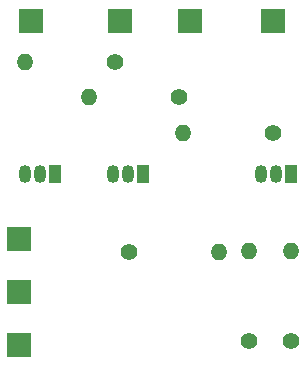
<source format=gbr>
%TF.GenerationSoftware,KiCad,Pcbnew,8.0.6*%
%TF.CreationDate,2024-11-17T16:19:30-03:00*%
%TF.ProjectId,canon+GH4,63616e6f-6e2b-4474-9834-2e6b69636164,rev?*%
%TF.SameCoordinates,Original*%
%TF.FileFunction,Soldermask,Top*%
%TF.FilePolarity,Negative*%
%FSLAX46Y46*%
G04 Gerber Fmt 4.6, Leading zero omitted, Abs format (unit mm)*
G04 Created by KiCad (PCBNEW 8.0.6) date 2024-11-17 16:19:30*
%MOMM*%
%LPD*%
G01*
G04 APERTURE LIST*
%ADD10R,2.000000X2.000000*%
%ADD11C,1.400000*%
%ADD12O,1.400000X1.400000*%
%ADD13R,1.050000X1.500000*%
%ADD14O,1.050000X1.500000*%
G04 APERTURE END LIST*
D10*
%TO.C,TP6*%
X115000000Y-68000000D03*
%TD*%
%TO.C,TP5*%
X121000000Y-68000000D03*
%TD*%
%TO.C,TP1*%
X106500000Y-95500000D03*
%TD*%
%TO.C,TP2*%
X106500000Y-91000000D03*
%TD*%
%TO.C,TP3*%
X106500000Y-86500000D03*
%TD*%
%TO.C,TP7*%
X128000000Y-68000000D03*
%TD*%
%TO.C,TP4*%
X107500000Y-68000000D03*
%TD*%
D11*
%TO.C,R3*%
X128000000Y-77500000D03*
D12*
X120380000Y-77500000D03*
%TD*%
D11*
%TO.C,R5*%
X126000000Y-95120000D03*
D12*
X126000000Y-87500000D03*
%TD*%
D11*
%TO.C,R4*%
X129500000Y-95120000D03*
D12*
X129500000Y-87500000D03*
%TD*%
D11*
%TO.C,R2*%
X114620000Y-71500000D03*
D12*
X107000000Y-71500000D03*
%TD*%
D11*
%TO.C,R1*%
X120000000Y-74500000D03*
D12*
X112380000Y-74500000D03*
%TD*%
D11*
%TO.C,R6*%
X115763574Y-87615628D03*
D12*
X123383574Y-87615628D03*
%TD*%
D13*
%TO.C,Q2*%
X109500000Y-81000000D03*
D14*
X108230000Y-81000000D03*
X106960000Y-81000000D03*
%TD*%
D13*
%TO.C,Q1*%
X117000000Y-81000000D03*
D14*
X115730000Y-81000000D03*
X114460000Y-81000000D03*
%TD*%
%TO.C,Q3*%
X126960000Y-81000000D03*
X128230000Y-81000000D03*
D13*
X129500000Y-81000000D03*
%TD*%
M02*

</source>
